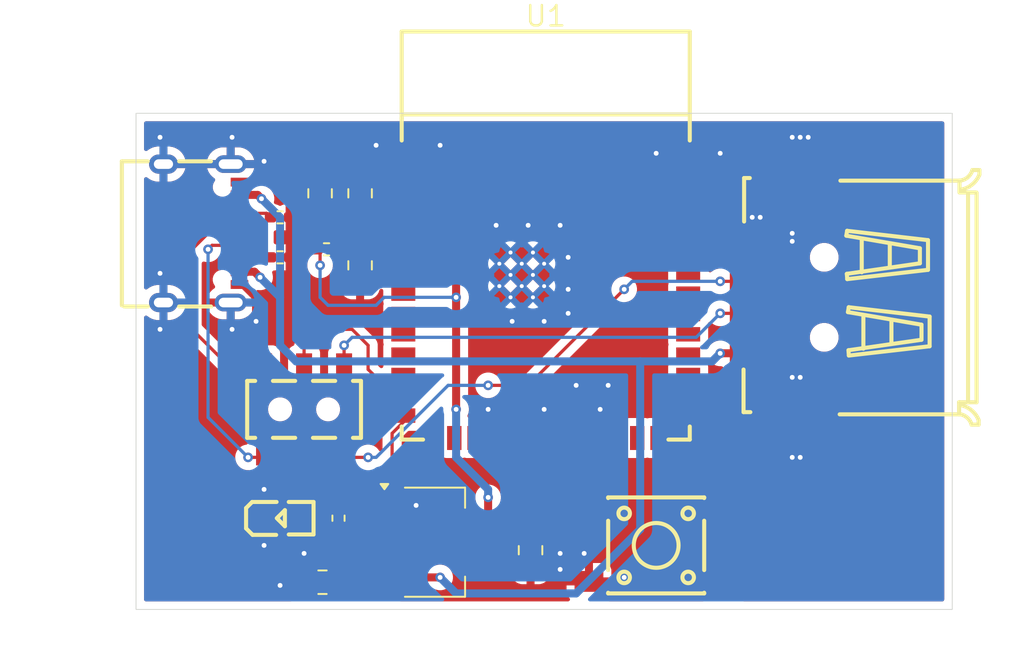
<source format=kicad_pcb>
(kicad_pcb (version 20241229) (generator "pcbnew") (generator_version "9.0")
  (layers (0 "F.Cu" signal) (2 "B.Cu" signal) (13 "F.Paste" user) (15 "B.Paste" user) (5 "F.SilkS" user "F.Silkscreen") (7 "B.SilkS" user "B.Silkscreen") (1 "F.Mask" user) (3 "B.Mask" user) (25 "Edge.Cuts" user))
  (net 0 "")
  (net 1 "GND")
  (net 22 "+3V3")
  (net 23 "D-")
  (net 28 "Net-(U1-EN)")
  (net 34 "D+")
  (net 35 "+5V_IN_USBC")
  (net 40 "USBC_D-")
  (net 41 "Net-(J1-CC2)")
  (net 42 "USBC_D+")
  (net 44 "Net-(J1-CC1)")
  (net 46 "USBA_D+")
  (net 47 "USBA_D-")
  (net 48 "Net-(U1-IO0)")
  (net 49 "Net-(D1-A)")
  (footprint "Capacitor_SMD:C_0805_2012Metric_Pad1.18x1.45mm_HandSolder" (layer "F.Cu") (at 143 52.5 -90)
    (property "Reference" "C4" (hide yes))
    (property "Value" "100nF" (hide yes))
    (fp_line (start -0.261252 0.735) (end 0.261252 0.735) (stroke (width 0.12)) (layer "F.SilkS"))
    (fp_line (start -0.261252 -0.735) (end 0.261252 -0.735) (stroke (width 0.12)) (layer "F.SilkS"))
    (pad "1" smd roundrect (at -1.0375 0 270) (size 1.175 1.45) (layers "F.Cu" "F.Mask" "F.Paste") (roundrect_rratio 0.212766) (net 22 "+3V3"))
    (pad "2" smd roundrect (at 1.0375 0 270) (size 1.175 1.45) (layers "F.Cu" "F.Mask" "F.Paste") (roundrect_rratio 0.212766) (net 1 "GND"))
  )
  (footprint "Package_TO_SOT_SMD:SOT-223-3_TabPin2" (layer "F.Cu") (at 147.65 74.3)
    (property "Reference" "U2" (hide yes))
    (property "Value" "TLV1117LV-3.3" (hide yes))
    (fp_line (start -1.85 -3.41) (end 1.91 -3.41) (stroke (width 0.12)) (layer "F.SilkS"))
    (fp_line (start -1.85 3.41) (end 1.91 3.41) (stroke (width 0.12)) (layer "F.SilkS"))
    (fp_line (start 1.91 -3.41) (end 1.91 -2.15) (stroke (width 0.12)) (layer "F.SilkS"))
    (fp_line (start 1.91 3.41) (end 1.91 2.15) (stroke (width 0.12)) (layer "F.SilkS"))
    (fp_poly (pts (xy -3.13 -3.31) (xy -3.37 -3.64) (xy -2.89 -3.64) (xy -3.13 -3.31)) (stroke (width 0.12)) (fill yes) (layer "F.SilkS"))
    (pad "1" smd roundrect (at -3.15 -2.3) (size 2 1.5) (layers "F.Cu" "F.Mask" "F.Paste") (net 1 "GND"))
    (pad "2" smd roundrect (at -3.15 0) (size 2 1.5) (layers "F.Cu" "F.Mask" "F.Paste") (net 22 "+3V3"))
    (pad "2" smd roundrect (at 3.15 0) (size 2 3.8) (layers "F.Cu" "F.Mask" "F.Paste") (net 22 "+3V3"))
    (pad "3" smd roundrect (at -3.15 2.3) (size 2 1.5) (layers "F.Cu" "F.Mask" "F.Paste") (net 35 "+5V_IN_USBC"))
  )
  (footprint "my_footprints:LED0805-R-RD" (layer "F.Cu") (at 138.0997 72.8)
    (property "Reference" "D1" (hide yes))
    (property "Value" "LED" (hide yes))
    (fp_line (start -2.2238 -0.6337) (end -1.8428 -1.0147) (stroke (width 0.254)) (layer "F.SilkS"))
    (fp_line (start -2.2238 0.6363) (end -2.2238 -0.6337) (stroke (width 0.254)) (layer "F.SilkS"))
    (fp_line (start -1.8428 -1.0147) (end -0.3188 -1.0147) (stroke (width 0.254)) (layer "F.SilkS"))
    (fp_line (start -1.8174 1.0427) (end -2.2238 0.6363) (stroke (width 0.254)) (layer "F.SilkS"))
    (fp_line (start -0.3442 1.0427) (end -1.8174 1.0427) (stroke (width 0.254)) (layer "F.SilkS"))
    (fp_line (start -0.3 0) (end -0.2 0.1003) (stroke (width 0.254)) (layer "F.SilkS"))
    (fp_line (start -0.2 -0.1) (end -0.3 0) (stroke (width 0.254)) (layer "F.SilkS"))
    (fp_line (start -0.2 0.1003) (end 0.2 0.5003) (stroke (width 0.254)) (layer "F.SilkS"))
    (fp_line (start 0.2 -0.5) (end -0.2 -0.1) (stroke (width 0.254)) (layer "F.SilkS"))
    (fp_line (start 0.2 -0.5) (end 0.2 0.5003) (stroke (width 0.254)) (layer "F.SilkS"))
    (fp_line (start 0.4432 1.0173) (end 1.9926 1.0173) (stroke (width 0.254)) (layer "F.SilkS"))
    (fp_line (start 1.9926 -1.0147) (end 0.4432 -1.0147) (stroke (width 0.254)) (layer "F.SilkS"))
    (fp_line (start 1.9926 1.0173) (end 1.9926 -1.0147) (stroke (width 0.254)) (layer "F.SilkS"))
    (pad "1" smd rect (at -1.0503 0 180) (size 1 1.3995) (layers "F.Cu" "F.Mask" "F.Paste") (net 1 "GND"))
    (pad "2" smd rect (at 1.0503 0 180) (size 1 1.3995) (layers "F.Cu" "F.Mask" "F.Paste") (net 49 "Net-(D1-A)"))
  )
  (footprint "my_footprints:USB-A-SMD_AF180QT1.0" (layer "F.Cu") (at 168.9502 59 90)
    (property "Reference" "J2" (hide yes))
    (property "Value" "USB_A" (hide yes))
    (fp_line (start -7.173 -1.9915) (end -4.511 -1.9915) (stroke (width 0.254)) (layer "F.SilkS"))
    (fp_line (start 7.4549 -1.9559) (end 7.4549 -1.6003) (stroke (width 0.254)) (layer "F.SilkS"))
    (fp_line (start 4.7371 -1.9559) (end 7.4549 -1.9559) (stroke (width 0.254)) (layer "F.SilkS"))
    (fp_line (start -7.173 -1.5647) (end -7.173 -1.9915) (stroke (width 0.254)) (layer "F.SilkS"))
    (fp_line (start -7.3103 4.0151) (end -7.3103 11.4777) (stroke (width 0.254)) (layer "F.SilkS"))
    (fp_line (start 3.8521 4.4292) (end 4.1569 4.48) (stroke (width 0.254)) (layer "F.SilkS"))
    (fp_line (start 1.4692 4.462) (end 2.1249 9.0266) (stroke (width 0.254)) (layer "F.SilkS"))
    (fp_line (start 4.1569 4.48) (end 3.5727 9.5346) (stroke (width 0.254)) (layer "F.SilkS"))
    (fp_line (start 1.1381 4.4875) (end 1.4692 4.462) (stroke (width 0.254)) (layer "F.SilkS"))
    (fp_line (start -0.9231 4.5308) (end -0.6183 4.5816) (stroke (width 0.254)) (layer "F.SilkS"))
    (fp_line (start -3.306 4.5636) (end -2.6503 9.1282) (stroke (width 0.254)) (layer "F.SilkS"))
    (fp_line (start -0.6183 4.5816) (end -1.2025 9.6362) (stroke (width 0.254)) (layer "F.SilkS"))
    (fp_line (start -3.6371 4.5891) (end -3.306 4.5636) (stroke (width 0.254)) (layer "F.SilkS"))
    (fp_line (start 1.5661 5.3944) (end 3.6489 5.3944) (stroke (width 0.254)) (layer "F.SilkS"))
    (fp_line (start -3.2091 5.496) (end -1.1263 5.496) (stroke (width 0.254)) (layer "F.SilkS"))
    (fp_line (start 1.8963 7.147) (end 3.3441 7.147) (stroke (width 0.254)) (layer "F.SilkS"))
    (fp_line (start -2.8789 7.2486) (end -1.4311 7.2486) (stroke (width 0.254)) (layer "F.SilkS"))
    (fp_line (start 3.0647 9.0266) (end 3.8521 4.4292) (stroke (width 0.254)) (layer "F.SilkS"))
    (fp_line (start 2.1249 9.0266) (end 3.0647 9.0266) (stroke (width 0.254)) (layer "F.SilkS"))
    (fp_line (start -1.7105 9.1282) (end -0.9231 4.5308) (stroke (width 0.254)) (layer "F.SilkS"))
    (fp_line (start -2.6503 9.1282) (end -1.7105 9.1282) (stroke (width 0.254)) (layer "F.SilkS"))
    (fp_line (start 3.5727 9.5346) (end 1.7185 9.5346) (stroke (width 0.254)) (layer "F.SilkS"))
    (fp_line (start 1.7185 9.5346) (end 1.1381 4.4875) (stroke (width 0.254)) (layer "F.SilkS"))
    (fp_line (start -1.2025 9.6362) (end -3.0567 9.6362) (stroke (width 0.254)) (layer "F.SilkS"))
    (fp_line (start -3.0567 9.6362) (end -3.6371 4.5891) (stroke (width 0.254)) (layer "F.SilkS"))
    (fp_line (start -6.5533 11.4777) (end -6.5533 12.0365) (stroke (width 0.254)) (layer "F.SilkS"))
    (fp_line (start -7.3103 11.4777) (end -6.5533 11.4777) (stroke (width 0.254)) (layer "F.SilkS"))
    (fp_line (start 7.2897 11.5031) (end 7.2897 4.0609) (stroke (width 0.254)) (layer "F.SilkS"))
    (fp_line (start 6.5739 11.5031) (end 7.2897 11.5031) (stroke (width 0.254)) (layer "F.SilkS"))
    (fp_line (start 6.5531 12.0365) (end 6.5531 11.5031) (stroke (width 0.254)) (layer "F.SilkS"))
    (fp_line (start -6.5533 12.0365) (end 6.5531 12.0365) (stroke (width 0.254)) (layer "F.SilkS"))
    (fp_line (start -6.5533 12.0365) (end -6.5533 12.5699) (stroke (width 0.254)) (layer "F.SilkS"))
    (fp_line (start -7.9544 12.259) (end -7.9544 12.6969) (stroke (width 0.254)) (layer "F.SilkS"))
    (fp_line (start 6.5531 12.5445) (end 6.5531 12.0365) (stroke (width 0.254)) (layer "F.SilkS"))
    (fp_line (start 6.5277 12.5699) (end 6.5531 12.5445) (stroke (width 0.254)) (layer "F.SilkS"))
    (fp_line (start -6.5533 12.5699) (end 6.5277 12.5699) (stroke (width 0.254)) (layer "F.SilkS"))
    (fp_line (start -7.9544 12.6969) (end -7.6709 12.6969) (stroke (width 0.254)) (layer "F.SilkS"))
    (fp_line (start 7.9542 12.7477) (end 7.9542 12.3098) (stroke (width 0.254)) (layer "F.SilkS"))
    (fp_line (start 7.6707 12.7477) (end 7.9542 12.7477) (stroke (width 0.254)) (layer "F.SilkS"))
    (fp_arc (start -7.2898 11.4532) (mid -7.496783 11.959742) (end -7.9553 12.2584) (stroke (width 0.254)) (layer "F.SilkS"))
    (fp_arc (start -6.7208 11.5269) (mid -7.045176 12.234575) (end -7.6708 12.6978) (stroke (width 0.254)) (layer "F.SilkS"))
    (fp_arc (start 7.9553 12.3092) (mid 7.496762 12.010559) (end 7.2898 11.504) (stroke (width 0.254)) (layer "F.SilkS"))
    (fp_arc (start 7.6708 12.7486) (mid 7.04526 12.285307) (end 6.7208 11.5777) (stroke (width 0.254)) (layer "F.SilkS"))
    (pad "" np_thru_hole circle (at -2.4999 3.0498 90) (size 1.3 1.3) (drill 1.3) (layers "*.Cu" "*.Mask"))
    (pad "" np_thru_hole circle (at 2.5001 3.0498 90) (size 1.3 1.3) (drill 1.3) (layers "*.Cu" "*.Mask"))
    (pad "1" smd rect (at -3.495 -1.3498 90) (size 1.2 3) (layers "F.Cu" "F.Mask" "F.Paste") (net 35 "+5V_IN_USBC"))
    (pad "2" smd rect (at -1 -1.3498 90) (size 1.2 3) (layers "F.Cu" "F.Mask" "F.Paste") (net 47 "USBA_D-"))
    (pad "3" smd rect (at 1 -1.3498 90) (size 1.2 3) (layers "F.Cu" "F.Mask" "F.Paste") (net 46 "USBA_D+"))
    (pad "4" smd rect (at 3.5049 -1.3498 90) (size 1.2 3) (layers "F.Cu" "F.Mask" "F.Paste") (net 1 "GND"))
    (pad "5" smd rect (at 7.525 1.3498 90) (size 2.7 5.2) (layers "F.Cu" "F.Mask" "F.Paste") (net 1 "GND"))
    (pad "6" smd rect (at -7.525 1.3498 90) (size 2.7 5.2) (layers "F.Cu" "F.Mask" "F.Paste") (net 1 "GND"))
  )
  (footprint "Resistor_SMD:R_0402_1005Metric_Pad0.72x0.64mm_HandSolder" (layer "F.Cu") (at 138 54 180)
    (property "Reference" "R2" (hide yes))
    (property "Value" "5.1K" (hide yes))
    (fp_line (start -0.167621 0.38) (end 0.167621 0.38) (stroke (width 0.12)) (layer "F.SilkS"))
    (fp_line (start -0.167621 -0.38) (end 0.167621 -0.38) (stroke (width 0.12)) (layer "F.SilkS"))
    (pad "1" smd roundrect (at -0.5975 0 180) (size 0.715 0.64) (layers "F.Cu" "F.Mask" "F.Paste") (net 1 "GND"))
    (pad "2" smd roundrect (at 0.5975 0 180) (size 0.715 0.64) (layers "F.Cu" "F.Mask" "F.Paste") (net 44 "Net-(J1-CC1)"))
  )
  (footprint "Resistor_SMD:R_0402_1005Metric_Pad0.72x0.64mm_HandSolder" (layer "F.Cu") (at 138 56.5 180)
    (property "Reference" "R3" (hide yes))
    (property "Value" "5.1K" (hide yes))
    (fp_line (start -0.167621 0.38) (end 0.167621 0.38) (stroke (width 0.12)) (layer "F.SilkS"))
    (fp_line (start -0.167621 -0.38) (end 0.167621 -0.38) (stroke (width 0.12)) (layer "F.SilkS"))
    (pad "1" smd roundrect (at -0.5975 0 180) (size 0.715 0.64) (layers "F.Cu" "F.Mask" "F.Paste") (net 1 "GND"))
    (pad "2" smd roundrect (at 0.5975 0 180) (size 0.715 0.64) (layers "F.Cu" "F.Mask" "F.Paste") (net 41 "Net-(J1-CC2)"))
  )
  (footprint "Capacitor_SMD:C_0805_2012Metric_Pad1.18x1.45mm_HandSolder" (layer "F.Cu") (at 143 57 -90)
    (property "Reference" "C5" (hide yes))
    (property "Value" "100nF" (hide yes))
    (fp_line (start -0.261252 0.735) (end 0.261252 0.735) (stroke (width 0.12)) (layer "F.SilkS"))
    (fp_line (start -0.261252 -0.735) (end 0.261252 -0.735) (stroke (width 0.12)) (layer "F.SilkS"))
    (pad "1" smd roundrect (at -1.0375 0 270) (size 1.175 1.45) (layers "F.Cu" "F.Mask" "F.Paste") (roundrect_rratio 0.212766) (net 28 "Net-(U1-EN)"))
    (pad "2" smd roundrect (at 1.0375 0 270) (size 1.175 1.45) (layers "F.Cu" "F.Mask" "F.Paste") (roundrect_rratio 0.212766) (net 1 "GND"))
  )
  (footprint "Resistor_SMD:R_0402_1005Metric_Pad0.72x0.64mm_HandSolder" (layer "F.Cu") (at 141.65 72.8 90)
    (property "Reference" "R7" (hide yes))
    (property "Value" "1K" (hide yes))
    (fp_line (start -0.167621 -0.38) (end 0.167621 -0.38) (stroke (width 0.12)) (layer "F.SilkS"))
    (fp_line (start -0.167621 0.38) (end 0.167621 0.38) (stroke (width 0.12)) (layer "F.SilkS"))
    (pad "1" smd roundrect (at -0.5975 0 90) (size 0.715 0.64) (layers "F.Cu" "F.Mask" "F.Paste") (net 22 "+3V3"))
    (pad "2" smd roundrect (at 0.5975 0 90) (size 0.715 0.64) (layers "F.Cu" "F.Mask" "F.Paste") (net 49 "Net-(D1-A)"))
  )
  (footprint "my_footprints:WIFIM-SMD_ESP32-S3-WROOM-1-N8" (layer "F.Cu") (at 154.5994 58.835)
    (property "Reference" "U1" (at 0 -17.4072 0) (layer "F.SilkS") (effects (font (size 1.27 1.27))))
    (property "Value" "ESP32-S3-WROOM-1" (hide yes))
    (fp_line (start -9 -16.4452) (end 9 -16.4452) (stroke (width 0.254)) (layer "F.SilkS"))
    (fp_line (start -9 -11.265) (end 9 -11.265) (stroke (width 0.254)) (layer "F.SilkS"))
    (fp_line (start -9 -10.9953) (end -9 -16.4452) (stroke (width 0.254)) (layer "F.SilkS"))
    (fp_line (start -9 -9.6357) (end -9 -11.0452) (stroke (width 0.254)) (layer "F.SilkS"))
    (fp_line (start -9 9.0547) (end -9 8.2365) (stroke (width 0.254)) (layer "F.SilkS"))
    (fp_line (start -7.6662 9.0547) (end -9 9.0547) (stroke (width 0.254)) (layer "F.SilkS"))
    (fp_line (start 9 -16.4452) (end 9 -9.6357) (stroke (width 0.254)) (layer "F.SilkS"))
    (fp_line (start 9 8.2365) (end 9 9.0547) (stroke (width 0.254)) (layer "F.SilkS"))
    (fp_line (start 9 9.0547) (end 7.6662 9.0547) (stroke (width 0.254)) (layer "F.SilkS"))
    (pad "" thru_hole circle (at -2.8998 -1.9351) (size 0.4 0.4) (drill 0.25) (layers "*.Cu" "*.Mask") (net 1 "GND"))
    (pad "" thru_hole circle (at -2.8998 -0.5351) (size 0.4 0.4) (drill 0.25) (layers "*.Cu" "*.Mask") (net 1 "GND"))
    (pad "" thru_hole circle (at -2.1998 -2.6351) (size 0.4 0.4) (drill 0.25) (layers "*.Cu" "*.Mask") (net 1 "GND"))
    (pad "" thru_hole circle (at -2.1998 -1.2351) (size 0.4 0.4) (drill 0.25) (layers "*.Cu" "*.Mask") (net 1 "GND"))
    (pad "" thru_hole circle (at -2.1998 0.165) (size 0.4 0.4) (drill 0.25) (layers "*.Cu" "*.Mask") (net 1 "GND"))
    (pad "" thru_hole circle (at -1.4997 -1.9351) (size 0.4 0.4) (drill 0.25) (layers "*.Cu" "*.Mask") (net 1 "GND"))
    (pad "" thru_hole circle (at -1.4997 -0.5351) (size 0.4 0.4) (drill 0.25) (layers "*.Cu" "*.Mask") (net 1 "GND"))
    (pad "" thru_hole circle (at -0.7997 -2.6351) (size 0.4 0.4) (drill 0.25) (layers "*.Cu" "*.Mask") (net 1 "GND"))
    (pad "" thru_hole circle (at -0.7997 -1.2351) (size 0.4 0.4) (drill 0.25) (layers "*.Cu" "*.Mask") (net 1 "GND"))
    (pad "" thru_hole circle (at -0.7997 0.165) (size 0.4 0.4) (drill 0.25) (layers "*.Cu" "*.Mask") (net 1 "GND"))
    (pad "" thru_hole circle (at -0.0997 -1.9351) (size 0.4 0.4) (drill 0.25) (layers "*.Cu" "*.Mask") (net 1 "GND"))
    (pad "" thru_hole circle (at -0.0997 -0.5351) (size 0.4 0.4) (drill 0.25) (layers "*.Cu" "*.Mask") (net 1 "GND"))
    (pad "1" smd rect (at -8.8998 -8.9546) (size 1.5 0.9) (layers "F.Cu" "F.Mask" "F.Paste") (net 1 "GND"))
    (pad "2" smd rect (at -8.8998 -7.6846) (size 1.5 0.9) (layers "F.Cu" "F.Mask" "F.Paste") (net 22 "+3V3"))
    (pad "3" smd rect (at -8.8998 -6.4146) (size 1.5 0.9) (layers "F.Cu" "F.Mask" "F.Paste") (net 28 "Net-(U1-EN)"))
    (pad "4" smd rect (at -8.8998 -5.1446) (size 1.5 0.9) (layers "F.Cu" "F.Mask" "F.Paste"))
    (pad "5" smd rect (at -8.8998 -3.8746) (size 1.5 0.9) (layers "F.Cu" "F.Mask" "F.Paste"))
    (pad "6" smd rect (at -8.8998 -2.6046) (size 1.5 0.9) (layers "F.Cu" "F.Mask" "F.Paste"))
    (pad "7" smd rect (at -8.8998 -1.3346) (size 1.5 0.9) (layers "F.Cu" "F.Mask" "F.Paste"))
    (pad "8" smd rect (at -8.8998 -0.0646) (size 1.5 0.9) (layers "F.Cu" "F.Mask" "F.Paste"))
    (pad "9" smd rect (at -8.8998 1.2054) (size 1.5 0.9) (layers "F.Cu" "F.Mask" "F.Paste"))
    (pad "10" smd rect (at -8.8998 2.4754) (size 1.5 0.9) (layers "F.Cu" "F.Mask" "F.Paste"))
    (pad "11" smd rect (at -8.8998 3.7454) (size 1.5 0.9) (layers "F.Cu" "F.Mask" "F.Paste"))
    (pad "12" smd rect (at -8.8998 5.0154) (size 1.5 0.9) (layers "F.Cu" "F.Mask" "F.Paste"))
    (pad "13" smd rect (at -8.8998 6.2854) (size 1.5 0.9) (layers "F.Cu" "F.Mask" "F.Paste") (net 23 "D-"))
    (pad "14" smd rect (at -8.8998 7.5554) (size 1.5 0.9) (layers "F.Cu" "F.Mask" "F.Paste") (net 34 "D+"))
    (pad "15" smd rect (at -6.9849 8.9546) (size 0.9 1.5) (layers "F.Cu" "F.Mask" "F.Paste"))
    (pad "16" smd rect (at -5.7149 8.9546) (size 0.9 1.5) (layers "F.Cu" "F.Mask" "F.Paste"))
    (pad "17" smd rect (at -4.4449 8.9546) (size 0.9 1.5) (layers "F.Cu" "F.Mask" "F.Paste"))
    (pad "18" smd rect (at -3.1749 8.9546) (size 0.9 1.5) (layers "F.Cu" "F.Mask" "F.Paste"))
    (pad "19" smd rect (at -1.9049 8.9546) (size 0.9 1.5) (layers "F.Cu" "F.Mask" "F.Paste"))
    (pad "20" smd rect (at -0.6349 8.9546) (size 0.9 1.5) (layers "F.Cu" "F.Mask" "F.Paste"))
    (pad "21" smd rect (at 0.6351 8.9546) (size 0.9 1.5) (layers "F.Cu" "F.Mask" "F.Paste"))
    (pad "22" smd rect (at 1.9051 8.9546) (size 0.9 1.5) (layers "F.Cu" "F.Mask" "F.Paste"))
    (pad "23" smd rect (at 3.1751 8.9546) (size 0.9 1.5) (layers "F.Cu" "F.Mask" "F.Paste"))
    (pad "24" smd rect (at 4.4451 8.9546) (size 0.9 1.5) (layers "F.Cu" "F.Mask" "F.Paste"))
    (pad "25" smd rect (at 5.7151 8.9546) (size 0.9 1.5) (layers "F.Cu" "F.Mask" "F.Paste"))
    (pad "26" smd rect (at 6.9851 8.9546) (size 0.9 1.5) (layers "F.Cu" "F.Mask" "F.Paste"))
    (pad "27" smd rect (at 8.8998 7.5554) (size 1.5 0.9) (layers "F.Cu" "F.Mask" "F.Paste") (net 48 "Net-(U1-IO0)"))
    (pad "28" smd rect (at 8.8998 6.2854) (size 1.5 0.9) (layers "F.Cu" "F.Mask" "F.Paste"))
    (pad "29" smd rect (at 8.8998 5.0154) (size 1.5 0.9) (layers "F.Cu" "F.Mask" "F.Paste"))
    (pad "30" smd rect (at 8.8998 3.7454) (size 1.5 0.9) (layers "F.Cu" "F.Mask" "F.Paste"))
    (pad "31" smd rect (at 8.8998 2.4754) (size 1.5 0.9) (layers "F.Cu" "F.Mask" "F.Paste"))
    (pad "32" smd rect (at 8.8998 1.2054) (size 1.5 0.9) (layers "F.Cu" "F.Mask" "F.Paste"))
    (pad "33" smd rect (at 8.8998 -0.0646) (size 1.5 0.9) (layers "F.Cu" "F.Mask" "F.Paste"))
    (pad "34" smd rect (at 8.8998 -1.3346) (size 1.5 0.9) (layers "F.Cu" "F.Mask" "F.Paste"))
    (pad "35" smd rect (at 8.8998 -2.6046) (size 1.5 0.9) (layers "F.Cu" "F.Mask" "F.Paste"))
    (pad "36" smd rect (at 8.8998 -3.8746) (size 1.5 0.9) (layers "F.Cu" "F.Mask" "F.Paste"))
    (pad "37" smd rect (at 8.8998 -5.1446) (size 1.5 0.9) (layers "F.Cu" "F.Mask" "F.Paste"))
    (pad "38" smd rect (at 8.8998 -6.4146) (size 1.5 0.9) (layers "F.Cu" "F.Mask" "F.Paste"))
    (pad "39" smd rect (at 8.8998 -7.6846) (size 1.5 0.9) (layers "F.Cu" "F.Mask" "F.Paste"))
    (pad "40" smd rect (at 8.8998 -8.9546) (size 1.5 0.9) (layers "F.Cu" "F.Mask" "F.Paste") (net 1 "GND"))
    (pad "41" smd rect (at -2.8995 -2.6351 90) (size 0.9 0.9) (layers "F.Cu" "F.Mask" "F.Paste") (net 1 "GND"))
    (pad "41" smd rect (at -2.8995 -1.2351 90) (size 0.9 0.9) (layers "F.Cu" "F.Mask" "F.Paste") (net 1 "GND"))
    (pad "41" smd rect (at -2.8995 0.165 90) (size 0.9 0.9) (layers "F.Cu" "F.Mask" "F.Paste") (net 1 "GND"))
    (pad "41" smd rect (at -1.4995 -2.6351 90) (size 0.9 0.9) (layers "F.Cu" "F.Mask" "F.Paste") (net 1 "GND"))
    (pad "41" smd rect (at -1.4995 -1.2351 90) (size 0.9 0.9) (layers "F.Cu" "F.Mask" "F.Paste") (net 1 "GND"))
    (pad "41" smd rect (at -1.4995 0.165 90) (size 0.9 0.9) (layers "F.Cu" "F.Mask" "F.Paste") (net 1 "GND"))
    (pad "41" smd rect (at -0.0994 -2.6351 90) (size 0.9 0.9) (layers "F.Cu" "F.Mask" "F.Paste") (net 1 "GND"))
    (pad "41" smd rect (at -0.0994 -1.2351 90) (size 0.9 0.9) (layers "F.Cu" "F.Mask" "F.Paste") (net 1 "GND"))
    (pad "41" smd rect (at -0.0994 0.165 90) (size 0.9 0.9) (layers "F.Cu" "F.Mask" "F.Paste") (net 1 "GND"))
  )
  (footprint "my_footprints:SW-SMD_6P-L7.2-W3.5-P2.50-LS6.0-TL" (layer "F.Cu") (at 139.5 66)
    (property "Reference" "SW3" (hide yes))
    (property "Value" "SW_Slide_DPDT" (hide yes))
    (fp_line (start -3.556 -1.778) (end -3.556 1.778) (stroke (width 0.254)) (layer "F.SilkS"))
    (fp_line (start -3.556 1.778) (end -3.0571 1.778) (stroke (width 0.254)) (layer "F.SilkS"))
    (fp_line (start -3.0572 -1.778) (end -3.556 -1.778) (stroke (width 0.254)) (layer "F.SilkS"))
    (fp_line (start -1.9429 1.778) (end -0.5571 1.778) (stroke (width 0.254)) (layer "F.SilkS"))
    (fp_line (start -0.5572 -1.778) (end -1.9428 -1.778) (stroke (width 0.254)) (layer "F.SilkS"))
    (fp_line (start 0.5571 1.778) (end 1.9429 1.778) (stroke (width 0.254)) (layer "F.SilkS"))
    (fp_line (start 1.9428 -1.778) (end 0.5572 -1.778) (stroke (width 0.254)) (layer "F.SilkS"))
    (fp_line (start 3.0571 1.778) (end 3.556 1.778) (stroke (width 0.254)) (layer "F.SilkS"))
    (fp_line (start 3.556 -1.778) (end 3.0572 -1.778) (stroke (width 0.254)) (layer "F.SilkS"))
    (fp_line (start 3.556 1.778) (end 3.556 -1.778) (stroke (width 0.254)) (layer "F.SilkS"))
    (pad "" np_thru_hole circle (at -1.4999 0) (size 1 1) (drill 1) (layers "*.Cu" "*.Mask"))
    (pad "" np_thru_hole circle (at 1.5001 0) (size 1 1) (drill 1) (layers "*.Cu" "*.Mask"))
    (pad "1" smd rect (at -2.4999 -2.7501) (size 1 1.5) (layers "F.Cu" "F.Mask" "F.Paste") (net 40 "USBC_D-"))
    (pad "2" smd rect (at 0 -2.7501) (size 1 1.5) (layers "F.Cu" "F.Mask" "F.Paste") (net 23 "D-"))
    (pad "3" smd rect (at 2.4999 -2.7501) (size 1 1.5) (layers "F.Cu" "F.Mask" "F.Paste") (net 47 "USBA_D-"))
    (pad "4" smd rect (at -2.4999 2.7501) (size 1 1.5) (layers "F.Cu" "F.Mask" "F.Paste") (net 42 "USBC_D+"))
    (pad "5" smd rect (at 0 2.7501) (size 1 1.5) (layers "F.Cu" "F.Mask" "F.Paste") (net 34 "D+"))
    (pad "6" smd rect (at 2.4999 2.7501) (size 1 1.5) (layers "F.Cu" "F.Mask" "F.Paste") (net 46 "USBA_D+"))
  )
  (footprint "Capacitor_SMD:C_0805_2012Metric_Pad1.18x1.45mm_HandSolder" (layer "F.Cu") (at 153.65 74.8 -90)
    (property "Reference" "C2" (hide yes))
    (property "Value" "22u" (hide yes))
    (fp_line (start -0.261252 0.735) (end 0.261252 0.735) (stroke (width 0.12)) (layer "F.SilkS"))
    (fp_line (start -0.261252 -0.735) (end 0.261252 -0.735) (stroke (width 0.12)) (layer "F.SilkS"))
    (pad "1" smd roundrect (at -1.0375 0 270) (size 1.175 1.45) (layers "F.Cu" "F.Mask" "F.Paste") (roundrect_rratio 0.212766) (net 22 "+3V3"))
    (pad "2" smd roundrect (at 1.0375 0 270) (size 1.175 1.45) (layers "F.Cu" "F.Mask" "F.Paste") (roundrect_rratio 0.212766) (net 1 "GND"))
  )
  (footprint "Capacitor_SMD:C_0805_2012Metric_Pad1.18x1.45mm_HandSolder" (layer "F.Cu") (at 140.65 76.8 180)
    (property "Reference" "C1" (hide yes))
    (property "Value" "22u" (hide yes))
    (fp_line (start -0.261252 0.735) (end 0.261252 0.735) (stroke (width 0.12)) (layer "F.SilkS"))
    (fp_line (start -0.261252 -0.735) (end 0.261252 -0.735) (stroke (width 0.12)) (layer "F.SilkS"))
    (pad "1" smd roundrect (at -1.0375 0 180) (size 1.175 1.45) (layers "F.Cu" "F.Mask" "F.Paste") (roundrect_rratio 0.212766) (net 35 "+5V_IN_USBC"))
    (pad "2" smd roundrect (at 1.0375 0 180) (size 1.175 1.45) (layers "F.Cu" "F.Mask" "F.Paste") (roundrect_rratio 0.212766) (net 1 "GND"))
  )
  (footprint "my_footprints:SW-SMD_4P-L6.0-W6.0-P4.50-LS9.2" (layer "F.Cu") (at 161.5 74.5)
    (property "Reference" "SW1" (hide yes))
    (property "Value" "SW_Push" (hide yes))
    (fp_line (start -3 -3) (end -3 -2.9581) (stroke (width 0.254)) (layer "F.SilkS"))
    (fp_line (start -3 -3) (end 3 -3) (stroke (width 0.254)) (layer "F.SilkS"))
    (fp_line (start -3 -1.5419) (end -3 1.5419) (stroke (width 0.254)) (layer "F.SilkS"))
    (fp_line (start -3 2.9581) (end -3 2.9996) (stroke (width 0.254)) (layer "F.SilkS"))
    (fp_line (start 2.9997 2.9996) (end -2.9997 2.9996) (stroke (width 0.254)) (layer "F.SilkS"))
    (fp_line (start 3 -3) (end 3 -2.9581) (stroke (width 0.254)) (layer "F.SilkS"))
    (fp_line (start 3 -1.5419) (end 3 1.5419) (stroke (width 0.254)) (layer "F.SilkS"))
    (fp_line (start 3 2.9581) (end 3 2.9996) (stroke (width 0.254)) (layer "F.SilkS"))
    (fp_circle (center -2 -1.9999) (end -1.6393 -1.9999) (stroke (width 0.254)) (fill no) (layer "F.SilkS"))
    (fp_circle (center -2 2.0001) (end -1.6393 2.0001) (stroke (width 0.254)) (fill no) (layer "F.SilkS"))
    (fp_circle (center 0 -0.0001) (end 1.4 -0.0001) (stroke (width 0.254)) (fill no) (layer "F.SilkS"))
    (fp_circle (center 2 -1.9999) (end 2.3607 -1.9999) (stroke (width 0.254)) (fill no) (layer "F.SilkS"))
    (fp_circle (center 2 2.0001) (end 2.3607 2.0001) (stroke (width 0.254)) (fill no) (layer "F.SilkS"))
    (pad "1" smd rect (at -4.1999 -2.2501) (size 1.8 1.3) (layers "F.Cu" "F.Mask" "F.Paste"))
    (pad "2" smd rect (at 4.1999 -2.2501) (size 1.8 1.3) (layers "F.Cu" "F.Mask" "F.Paste") (net 48 "Net-(U1-IO0)"))
    (pad "3" smd rect (at -4.1999 2.2501) (size 1.8 1.3) (layers "F.Cu" "F.Mask" "F.Paste") (net 1 "GND"))
    (pad "4" smd rect (at 4.1999 2.2501) (size 1.8 1.3) (layers "F.Cu" "F.Mask" "F.Paste"))
  )
  (footprint "Resistor_SMD:R_0402_1005Metric_Pad0.72x0.64mm_HandSolder" (layer "F.Cu") (at 140.9025 56)
    (property "Reference" "R1" (hide yes))
    (property "Value" "10K" (hide yes))
    (fp_line (start -0.167621 -0.38) (end 0.167621 -0.38) (stroke (width 0.12)) (layer "F.SilkS"))
    (fp_line (start -0.167621 0.38) (end 0.167621 0.38) (stroke (width 0.12)) (layer "F.SilkS"))
    (pad "1" smd roundrect (at -0.5975 0) (size 0.715 0.64) (layers "F.Cu" "F.Mask" "F.Paste") (net 22 "+3V3"))
    (pad "2" smd roundrect (at 0.5975 0) (size 0.715 0.64) (layers "F.Cu" "F.Mask" "F.Paste") (net 28 "Net-(U1-EN)"))
  )
  (footprint "Capacitor_SMD:C_0805_2012Metric_Pad1.18x1.45mm_HandSolder" (layer "F.Cu") (at 140.5 52.5 -90)
    (property "Reference" "C3" (hide yes))
    (property "Value" "100uF" (hide yes))
    (fp_line (start -0.261252 0.735) (end 0.261252 0.735) (stroke (width 0.12)) (layer "F.SilkS"))
    (fp_line (start -0.261252 -0.735) (end 0.261252 -0.735) (stroke (width 0.12)) (layer "F.SilkS"))
    (pad "1" smd roundrect (at -1.0375 0 270) (size 1.175 1.45) (layers "F.Cu" "F.Mask" "F.Paste") (roundrect_rratio 0.212766) (net 22 "+3V3"))
    (pad "2" smd roundrect (at 1.0375 0 270) (size 1.175 1.45) (layers "F.Cu" "F.Mask" "F.Paste") (roundrect_rratio 0.212766) (net 1 "GND"))
  )
  (footprint "my_footprints:USB-C-SMD_TYPE-C-6PIN-2MD-073" (layer "F.Cu") (at 133.0885 55 -90)
    (property "Reference" "J1" (hide yes))
    (property "Value" "USB_C_Receptacle_USB2.0_16P" (hide yes))
    (fp_line (start -4.4999 4.975) (end -4.4999 3.3561) (stroke (width 0.254)) (layer "F.SilkS"))
    (fp_line (start 4.5001 4.975) (end -4.4999 4.975) (stroke (width 0.254)) (layer "F.SilkS"))
    (fp_line (start 4.5721 4.826) (end 4.5721 3.353) (stroke (width 0.254)) (layer "F.SilkS"))
    (fp_line (start 4.5721 1.3969) (end 4.5721 -0.597) (stroke (width 0.254)) (layer "F.SilkS"))
    (fp_line (start -4.4999 1.3938) (end -4.4999 -0.5939) (stroke (width 0.254)) (layer "F.SilkS"))
    (pad "" np_thru_hole circle (at -2.8899 -1.3049 270) (size 0.7 0.7) (drill 0.7) (layers "*.Cu" "*.Mask"))
    (pad "" np_thru_hole circle (at 2.8901 -1.3049 270) (size 0.7 0.7) (drill 0.7) (layers "*.Cu" "*.Mask"))
    (pad "1" smd rect (at -3.2 -2.375 270) (size 0.55 1.1) (layers "F.Cu" "F.Mask" "F.Paste") (net 1 "GND"))
    (pad "2" smd rect (at -2.3999 -2.375 270) (size 0.55 1.1) (layers "F.Cu" "F.Mask" "F.Paste") (net 35 "+5V_IN_USBC"))
    (pad "3" smd rect (at -1.7499 -2.375 270) (size 0.3 1.1) (layers "F.Cu" "F.Mask" "F.Paste"))
    (pad "4" smd rect (at -1.2498 -2.375 270) (size 0.3 1.1) (layers "F.Cu" "F.Mask" "F.Paste") (net 44 "Net-(J1-CC1)"))
    (pad "5" smd rect (at -0.7499 -2.375 270) (size 0.3 1.1) (layers "F.Cu" "F.Mask" "F.Paste") (net 40 "USBC_D-"))
    (pad "6" smd rect (at -0.2501 -2.375 270) (size 0.3 1.1) (layers "F.Cu" "F.Mask" "F.Paste") (net 42 "USBC_D+"))
    (pad "7" smd rect (at 0.2501 -2.375 270) (size 0.3 1.1) (layers "F.Cu" "F.Mask" "F.Paste") (net 40 "USBC_D-"))
    (pad "8" smd rect (at 0.7499 -2.375 270) (size 0.3 1.1) (layers "F.Cu" "F.Mask" "F.Paste") (net 42 "USBC_D+"))
    (pad "9" smd rect (at 1.2501 -2.375 270) (size 0.3 1.1) (layers "F.Cu" "F.Mask" "F.Paste"))
    (pad "10" smd rect (at 1.7502 -2.375 270) (size 0.3 1.1) (layers "F.Cu" "F.Mask" "F.Paste") (net 41 "Net-(J1-CC2)"))
    (pad "11" smd rect (at 2.4002 -2.375 270) (size 0.55 1.1) (layers "F.Cu" "F.Mask" "F.Paste") (net 35 "+5V_IN_USBC"))
    (pad "12" smd rect (at 3.2 -2.375 270) (size 0.55 1.1) (layers "F.Cu" "F.Mask" "F.Paste") (net 1 "GND"))
    (pad "13" thru_hole oval (at -4.325 -1.8251 270) (size 1.1 2) (drill oval 0.6 1.5) (layers "*.Cu" "*.Mask") (net 1 "GND"))
    (pad "13" thru_hole oval (at -4.325 2.375 270) (size 1.2 1.8) (drill oval 0.6 1.2) (layers "*.Cu" "*.Mask") (net 1 "GND"))
    (pad "14" thru_hole oval (at 4.325 -1.8251 270) (size 1.1 2) (drill oval 0.6 1.5) (layers "*.Cu" "*.Mask") (net 1 "GND"))
    (pad "14" thru_hole oval (at 4.325 2.375 270) (size 1.2 1.8) (drill oval 0.6 1.2) (layers "*.Cu" "*.Mask") (net 1 "GND"))
  )
  (gr_rect (start 129 47.5) (end 180 78.5) (stroke (width 0.05)) (fill no) (layer "Edge.Cuts"))
  (segment (start 135.4635 58.2) (end 135.7 58.2) (width 0.5) (layer "F.Cu") (net 1))
  (segment (start 135.7 58.2) (end 136.5 59) (width 0.5) (layer "F.Cu") (net 1))
  (segment (start 136.5 59) (end 136.5 60.5) (width 0.5) (layer "F.Cu") (net 1))
  (via (at 148 49.5) (size 0.6) (drill 0.3) (layers "F.Cu" "B.Cu") (net 1))
  (via (at 170 49) (size 0.6) (drill 0.3) (layers "F.Cu" "B.Cu") (net 1))
  (via (at 137 74.5) (size 0.6) (drill 0.3) (layers "F.Cu" "B.Cu") (net 1))
  (via (at 153.5 54.5) (size 0.6) (drill 0.3) (layers "F.Cu" "B.Cu") (net 1))
  (via (at 155.5 75) (size 0.6) (drill 0.3) (layers "F.Cu" "B.Cu") (net 1))
  (via (at 146.5 72) (size 0.6) (drill 0.3) (layers "F.Cu" "B.Cu") (net 1))
  (via (at 170 64) (size 0.6) (drill 0.3) (layers "F.Cu" "B.Cu") (net 1))
  (via (at 170 69) (size 0.6) (drill 0.3) (layers "F.Cu" "B.Cu") (net 1))
  (via (at 137 71) (size 0.6) (drill 0.3) (layers "F.Cu" "B.Cu") (net 1))
  (via (at 170 55.5) (size 0.6) (drill 0.3) (layers "F.Cu" "B.Cu") (net 1))
  (via (at 171 49) (size 0.6) (drill 0.3) (layers "F.Cu" "B.Cu") (net 1))
  (via (at 154.5 60.5) (size 0.6) (drill 0.3) (layers "F.Cu" "B.Cu") (net 1))
  (via (at 157 75) (size 0.6) (drill 0.3) (layers "F.Cu" "B.Cu") (net 1))
  (via (at 138 77) (size 0.6) (drill 0.3) (layers "F.Cu" "B.Cu") (net 1))
  (via (at 167.5 54) (size 0.6) (drill 0.3) (layers "F.Cu" "B.Cu") (net 1))
  (via (at 158 66) (size 0.6) (drill 0.3) (layers "F.Cu" "B.Cu") (net 1))
  (via (at 159.5 76.5) (size 0.6) (drill 0.3) (layers "F.Cu" "B.Cu") (net 1))
  (via (at 156.5 64.5) (size 0.6) (drill 0.3) (layers "F.Cu" "B.Cu") (net 1))
  (via (at 136.5 60.5) (size 0.6) (drill 0.3) (layers "F.Cu" "B.Cu") (net 1))
  (via (at 144 49.5) (size 0.6) (drill 0.3) (layers "F.Cu" "B.Cu") (net 1))
  (via (at 139.5 75) (size 0.6) (drill 0.3) (layers "F.Cu" "B.Cu") (net 1))
  (via (at 137 50.5) (size 0.6) (drill 0.3) (layers "F.Cu" "B.Cu") (net 1))
  (via (at 156 58.5) (size 0.6) (drill 0.3) (layers "F.Cu" "B.Cu") (net 1))
  (via (at 130.5 57.5) (size 0.6) (drill 0.3) (layers "F.Cu" "B.Cu") (net 1))
  (via (at 165.5 50) (size 0.6) (drill 0.3) (layers "F.Cu" "B.Cu") (net 1))
  (via (at 170.5 49) (size 0.6) (drill 0.3) (layers "F.Cu" "B.Cu") (net 1))
  (via (at 154.5 66) (size 0.6) (drill 0.3) (layers "F.Cu" "B.Cu") (net 1))
  (via (at 151 66) (size 0.6) (drill 0.3) (layers "F.Cu" "B.Cu") (net 1))
  (via (at 151.5 54.5) (size 0.6) (drill 0.3) (layers "F.Cu" "B.Cu") (net 1))
  (via (at 158.5 64.5) (size 0.6) (drill 0.3) (layers "F.Cu" "B.Cu") (net 1))
  (via (at 130.5 49) (size 0.6) (drill 0.3) (layers "F.Cu" "B.Cu") (net 1))
  (via (at 168 54) (size 0.6) (drill 0.3) (layers "F.Cu" "B.Cu") (net 1))
  (via (at 155.5 54.5) (size 0.6) (drill 0.3) (layers "F.Cu" "B.Cu") (net 1))
  (via (at 170.5 69) (size 0.6) (drill 0.3) (layers "F.Cu" "B.Cu") (net 1))
  (via (at 156 56.5) (size 0.6) (drill 0.3) (layers "F.Cu" "B.Cu") (net 1))
  (via (at 156 60) (size 0.6) (drill 0.3) (layers "F.Cu" "B.Cu") (net 1))
  (via (at 135 61) (size 0.6) (drill 0.3) (layers "F.Cu" "B.Cu") (net 1))
  (via (at 155.5 76) (size 0.6) (drill 0.3) (layers "F.Cu" "B.Cu") (net 1))
  (via (at 152.5 60.5) (size 0.6) (drill 0.3) (layers "F.Cu" "B.Cu") (net 1))
  (via (at 130.5 61) (size 0.6) (drill 0.3) (layers "F.Cu" "B.Cu") (net 1))
  (via (at 170 55) (size 0.6) (drill 0.3) (layers "F.Cu" "B.Cu") (net 1))
  (via (at 161.5 50) (size 0.6) (drill 0.3) (layers "F.Cu" "B.Cu") (net 1))
  (via (at 135 49) (size 0.6) (drill 0.3) (layers "F.Cu" "B.Cu") (net 1))
  (via (at 170.5 64) (size 0.6) (drill 0.3) (layers "F.Cu" "B.Cu") (net 1))
  (segment (start 145.3875 51.4625) (end 145.6996 51.1504) (width 0.2) (layer "F.Cu") (net 22))
  (segment (start 150.8 74.3) (end 151.2 74.3) (width 0.2) (layer "F.Cu") (net 22))
  (segment (start 151.7375 73.7625) (end 153.65 73.7625) (width 0.2) (layer "F.Cu") (net 22))
  (segment (start 149 59) (end 149 66) (width 0.5) (layer "F.Cu") (net 22))
  (segment (start 151 71.5) (end 151 74.1) (width 0.5) (layer "F.Cu") (net 22))
  (segment (start 143.3 74.3) (end 142.3975 73.3975) (width 0.2) (layer "F.Cu") (net 22))
  (segment (start 140.5 57) (end 140.5 56.195) (width 0.2) (layer "F.Cu") (net 22))
  (segment (start 146.5316 51.1504) (end 149 53.6188) (width 0.5) (layer "F.Cu") (net 22))
  (segment (start 144.5 74.3) (end 150.8 74.3) (width 0.2) (layer "F.Cu") (net 22))
  (segment (start 144.5 74.3) (end 143.3 74.3) (width 0.2) (layer "F.Cu") (net 22))
  (segment (start 145.6996 51.1504) (end 146.5316 51.1504) (width 0.5) (layer "F.Cu") (net 22))
  (segment (start 151.2 74.3) (end 151.7375 73.7625) (width 0.2) (layer "F.Cu") (net 22))
  (segment (start 143 51.4625) (end 144.5 51.4625) (width 0.2) (layer "F.Cu") (net 22))
  (segment (start 144.5 51.4625) (end 145.3875 51.4625) (width 0.2) (layer "F.Cu") (net 22))
  (segment (start 142.3975 73.3975) (end 141.65 73.3975) (width 0.2) (layer "F.Cu") (net 22))
  (segment (start 143 51.4625) (end 140.5 51.4625) (width 0.2) (layer "F.Cu") (net 22))
  (segment (start 151 74.1) (end 150.8 74.3) (width 0.5) (layer "F.Cu") (net 22))
  (segment (start 149 53.6188) (end 149 59) (width 0.5) (layer "F.Cu") (net 22))
  (segment (start 140.5 56.195) (end 140.305 56) (width 0.2) (layer "F.Cu") (net 22))
  (via (at 151 71.5) (size 0.6) (drill 0.3) (layers "F.Cu" "B.Cu") (net 22))
  (via (at 149 66) (size 0.6) (drill 0.3) (layers "F.Cu" "B.Cu") (net 22))
  (via (at 149 59) (size 0.6) (drill 0.3) (layers "F.Cu" "B.Cu") (net 22))
  (via (at 140.5 57) (size 0.6) (drill 0.3) (layers "F.Cu" "B.Cu") (net 22))
  (segment (start 149 59) (end 144.5 59) (width 0.2) (layer "B.Cu") (net 22))
  (segment (start 151 71) (end 151 71.5) (width 0.5) (layer "B.Cu") (net 22))
  (segment (start 149 69) (end 150.5 70.5) (width 0.5) (layer "B.Cu") (net 22))
  (segment (start 140.5 59) (end 140.5 57) (width 0.2) (layer "B.Cu") (net 22))
  (segment (start 141 59.5) (end 140.5 59) (width 0.2) (layer "B.Cu") (net 22))
  (segment (start 144.5 59) (end 144 59.5) (width 0.2) (layer "B.Cu") (net 22))
  (segment (start 149 66) (end 149 69) (width 0.5) (layer "B.Cu") (net 22))
  (segment (start 150.5 70.5) (end 151 71) (width 0.5) (layer "B.Cu") (net 22))
  (segment (start 144 59.5) (end 141 59.5) (width 0.2) (layer "B.Cu") (net 22))
  (segment (start 140.5 61) (end 139.5 62) (width 0.2) (layer "F.Cu") (net 23))
  (segment (start 145.1204 65.1204) (end 143.5 63.5) (width 0.2) (layer "F.Cu") (net 23))
  (segment (start 143.5 63.5) (end 143.5 62) (width 0.2) (layer "F.Cu") (net 23))
  (segment (start 142.5 61) (end 140.5 61) (width 0.2) (layer "F.Cu") (net 23))
  (segment (start 145.6996 65.1204) (end 145.1204 65.1204) (width 0.2) (layer "F.Cu") (net 23))
  (segment (start 139.5 62) (end 139.5 63.2499) (width 0.2) (layer "F.Cu") (net 23))
  (segment (start 143.5 62) (end 142.5 61) (width 0.2) (layer "F.Cu") (net 23))
  (segment (start 144.7496 52.4204) (end 144.5 52.67) (width 0.2) (layer "F.Cu") (net 28))
  (segment (start 144.5 52.67) (end 144.5 54.5) (width 0.2) (layer "F.Cu") (net 28))
  (segment (start 144.5 54.5) (end 143.0375 55.9625) (width 0.2) (layer "F.Cu") (net 28))
  (segment (start 142.94 55.9025) (end 143 55.9625) (width 0.2) (layer "F.Cu") (net 28))
  (segment (start 142.9625 56) (end 143 55.9625) (width 0.2) (layer "F.Cu") (net 28))
  (segment (start 141.5 56) (end 142.9625 56) (width 0.2) (layer "F.Cu") (net 28))
  (segment (start 145.6996 52.4204) (end 144.7496 52.4204) (width 0.2) (layer "F.Cu") (net 28))
  (segment (start 143.0375 55.9625) (end 143 55.9625) (width 0.2) (layer "F.Cu") (net 28))
  (segment (start 145.6996 66.3904) (end 145.6996 66.8004) (width 0.2) (layer "F.Cu") (net 34))
  (segment (start 145 69.5) (end 144 70.5) (width 0.2) (layer "F.Cu") (net 34))
  (segment (start 145 67.5) (end 145 69.5) (width 0.2) (layer "F.Cu") (net 34))
  (segment (start 144 70.5) (end 141 70.5) (width 0.2) (layer "F.Cu") (net 34))
  (segment (start 145.6996 66.8004) (end 145 67.5) (width 0.2) (layer "F.Cu") (net 34))
  (segment (start 139.5 69) (end 139.5 68.7501) (width 0.2) (layer "F.Cu") (net 34))
  (segment (start 141 70.5) (end 139.5 69) (width 0.2) (layer "F.Cu") (net 34))
  (segment (start 144.3 76.8) (end 144.5 76.6) (width 0.2) (layer "F.Cu") (net 35))
  (segment (start 167.6004 62.495) (end 165.505 62.495) (width 0.5) (layer "F.Cu") (net 35))
  (segment (start 148 76.5) (end 144.6 76.5) (width 0.5) (layer "F.Cu") (net 35))
  (segment (start 136.4002 57.4002) (end 135.4635 57.4002) (width 0.5) (layer "F.Cu") (net 35))
  (segment (start 136.75 57.75) (end 136.4002 57.4002) (width 0.5) (layer "F.Cu") (net 35))
  (segment (start 141.6875 76.8) (end 144.3 76.8) (width 0.2) (layer "F.Cu") (net 35))
  (segment (start 144.6 76.5) (end 144.5 76.6) (width 0.5) (layer "F.Cu") (net 35))
  (segment (start 136.6001 52.6001) (end 136.838241 52.838241) (width 0.5) (layer "F.Cu") (net 35))
  (segment (start 135.4635 52.6001) (end 136.6001 52.6001) (width 0.5) (layer "F.Cu") (net 35))
  (segment (start 165.505 62.495) (end 165.5 62.5) (width 0.5) (layer "F.Cu") (net 35))
  (via (at 136.838241 52.838241) (size 0.6) (drill 0.3) (layers "F.Cu" "B.Cu") (net 35))
  (via (at 165.5 62.5) (size 0.6) (drill 0.3) (layers "F.Cu" "B.Cu") (net 35))
  (via (at 148 76.5) (size 0.6) (drill 0.3) (layers "F.Cu" "B.Cu") (net 35))
  (via (at 136.75 57.75) (size 0.6) (drill 0.3) (layers "F.Cu" "B.Cu") (net 35))
  (segment (start 138 59) (end 136.75 57.75) (width 0.5) (layer "B.Cu") (net 35))
  (segment (start 165 63) (end 160.5 63) (width 0.5) (layer "B.Cu") (net 35))
  (segment (start 149 77.5) (end 148 76.5) (width 0.5) (layer "B.Cu") (net 35))
  (segment (start 136.838241 52.838241) (end 138 54) (width 0.5) (layer "B.Cu") (net 35))
  (segment (start 160.5 73.5) (end 156.5 77.5) (width 0.5) (layer "B.Cu") (net 35))
  (segment (start 156.5 77.5) (end 149 77.5) (width 0.5) (layer "B.Cu") (net 35))
  (segment (start 160.5 63) (end 139 63) (width 0.5) (layer "B.Cu") (net 35))
  (segment (start 138 62) (end 138 59) (width 0.5) (layer "B.Cu") (net 35))
  (segment (start 160.5 63) (end 160.5 73.5) (width 0.5) (layer "B.Cu") (net 35))
  (segment (start 165.5 62.5) (end 165 63) (width 0.5) (layer "B.Cu") (net 35))
  (segment (start 139 63) (end 138 62) (width 0.5) (layer "B.Cu") (net 35))
  (segment (start 138 54) (end 138 59) (width 0.5) (layer "B.Cu") (net 35))
  (segment (start 134.5 54.4114) (end 134.6613 54.2501) (width 0.2) (layer "F.Cu") (net 40))
  (segment (start 134.7501 55.2501) (end 134.5 55) (width 0.2) (layer "F.Cu") (net 40))
  (segment (start 134.5 55) (end 134.5 54.4114) (width 0.2) (layer "F.Cu") (net 40))
  (segment (start 132.5 56) (end 132.5 61) (width 0.2) (layer "F.Cu") (net 40))
  (segment (start 133.5 55) (end 132.5 56) (width 0.2) (layer "F.Cu") (net 40))
  (segment (start 134.6613 54.2501) (end 135.4635 54.2501) (width 0.2) (layer "F.Cu") (net 40))
  (segment (start 134.5 55) (end 133.5 55) (width 0.2) (layer "F.Cu") (net 40))
  (segment (start 134.7499 63.2499) (end 137.0001 63.2499) (width 0.2) (layer "F.Cu") (net 40))
  (segment (start 132.5 61) (end 134.7499 63.2499) (width 0.2) (layer "F.Cu") (net 40))
  (segment (start 135.4635 55.2501) (end 134.7501 55.2501) (width 0.2) (layer "F.Cu") (net 40))
  (segment (start 137.1523 56.7502) (end 135.4635 56.7502) (width 0.2) (layer "F.Cu") (net 41))
  (segment (start 137.4025 56.5) (end 137.1523 56.7502) (width 0.2) (layer "F.Cu") (net 41))
  (segment (start 135.4635 55.7499) (end 133.7501 55.7499) (width 0.2) (layer "F.Cu") (net 42))
  (segment (start 136.7499 54.7499) (end 137 55) (width 0.2) (layer "F.Cu") (net 42))
  (segment (start 136.7502 69) (end 137.0001 68.7501) (width 0.2) (layer "F.Cu") (net 42))
  (segment (start 136.7501 55.7499) (end 135.4635 55.7499) (width 0.2) (layer "F.Cu") (net 42))
  (segment (start 133.7501 55.7499) (end 133.5 56) (width 0.2) (layer "F.Cu") (net 42))
  (segment (start 137 55.5) (end 136.7501 55.7499) (width 0.2) (layer "F.Cu") (net 42))
  (segment (start 136 69) (end 136.7502 69) (width 0.2) (layer "F.Cu") (net 42))
  (segment (start 135.4635 54.7499) (end 136.7499 54.7499) (width 0.2) (layer "F.Cu") (net 42))
  (segment (start 137 55) (end 137 55.5) (width 0.2) (layer "F.Cu") (net 42))
  (via (at 136 69) (size 0.6) (drill 0.3) (layers "F.Cu" "B.Cu") (net 42))
  (via (at 133.5 56) (size 0.6) (drill 0.3) (layers "F.Cu" "B.Cu") (net 42))
  (segment (start 133.5 56) (end 133.5 66.5) (width 0.2) (layer "B.Cu") (net 42))
  (segment (start 133.5 66.5) (end 136 69) (width 0.2) (layer "B.Cu") (net 42))
  (segment (start 137.1527 53.7502) (end 135.4635 53.7502) (width 0.2) (layer "F.Cu") (net 44))
  (segment (start 137.4025 54) (end 137.1527 53.7502) (width 0.2) (layer "F.Cu") (net 44))
  (segment (start 143.5 69) (end 142.2498 69) (width 0.2) (layer "F.Cu") (net 46))
  (segment (start 151 64.5) (end 153.5 64.5) (width 0.2) (layer "F.Cu") (net 46))
  (segment (start 167.6004 58) (end 165.5 58) (width 0.2) (layer "F.Cu") (net 46))
  (segment (start 142.2498 69) (end 141.9999 68.7501) (width 0.2) (layer "F.Cu") (net 46))
  (segment (start 153.5 64.5) (end 159.5 58.5) (width 0.2) (layer "F.Cu") (net 46))
  (via (at 143.5 69) (size 0.6) (drill 0.3) (layers "F.Cu" "B.Cu") (net 46))
  (via (at 151 64.5) (size 0.6) (drill 0.3) (layers "F.Cu" "B.Cu") (net 46))
  (via (at 165.5 58) (size 0.6) (drill 0.3) (layers "F.Cu" "B.Cu") (net 46))
  (via (at 159.5 58.5) (size 0.6) (drill 0.3) (layers "F.Cu" "B.Cu") (net 46))
  (segment (start 165.5 58) (end 160 58) (width 0.2) (layer "B.Cu") (net 46))
  (segment (start 160 58) (end 159.5 58.5) (width 0.2) (layer "B.Cu") (net 46))
  (segment (start 144 69) (end 143.5 69) (width 0.2) (layer "B.Cu") (net 46))
  (segment (start 151 64.5) (end 148.5 64.5) (width 0.2) (layer "B.Cu") (net 46))
  (segment (start 148.5 64.5) (end 144 69) (width 0.2) (layer "B.Cu") (net 46))
  (segment (start 167.6004 60) (end 165.5 60) (width 0.2) (layer "F.Cu") (net 47))
  (segment (start 142 62) (end 142 63.2498) (width 0.2) (layer "F.Cu") (net 47))
  (segment (start 142 63.2498) (end 141.9999 63.2499) (width 0.2) (layer "F.Cu") (net 47))
  (via (at 165.5 60) (size 0.6) (drill 0.3) (layers "F.Cu" "B.Cu") (net 47))
  (via (at 142 62) (size 0.6) (drill 0.3) (layers "F.Cu" "B.Cu") (net 47))
  (segment (start 142.5 61.5) (end 164 61.5) (width 0.2) (layer "B.Cu") (net 47))
  (segment (start 164 61.5) (end 165.5 60) (width 0.2) (layer "B.Cu") (net 47))
  (segment (start 142 62) (end 142.5 61.5) (width 0.2) (layer "B.Cu") (net 47))
  (segment (start 165.6999 68.1999) (end 165.6999 72.2499) (width 0.2) (layer "F.Cu") (net 48))
  (segment (start 163.8904 66.3904) (end 165.6999 68.1999) (width 0.2) (layer "F.Cu") (net 48))
  (segment (start 163.4992 66.3904) (end 163.8904 66.3904) (width 0.2) (layer "F.Cu") (net 48))
  (segment (start 139.7475 72.2025) (end 141.65 72.2025) (width 0.2) (layer "F.Cu") (net 49))
  (segment (start 139.15 72.8) (end 139.7475 72.2025) (width 0.2) (layer "F.Cu") (net 49))
  (zone (net 1) (net_name "GND") (layers "F.Cu" "B.Cu") (connect_pads (clearance 0.5)) (min_thickness 0.25) (fill yes (thermal_gap 0.5) (thermal_bridge_width 0.5))
    (polygon (pts (xy 127 45.5) (xy 181.5 46) (xy 184.5 81) (xy 138 82) (xy 120.5 79.5)))
  )
)
</source>
